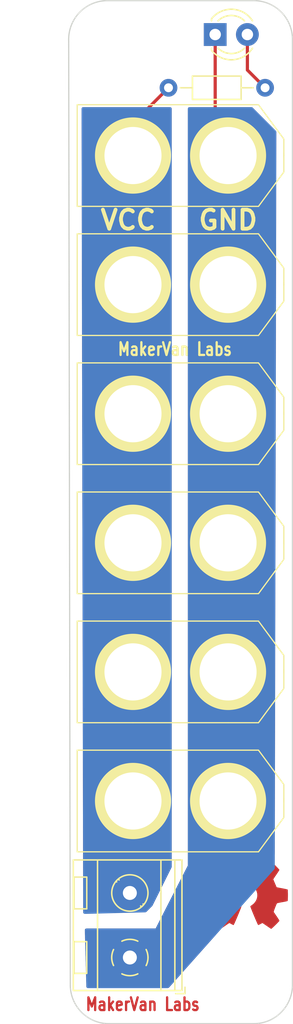
<source format=kicad_pcb>
(kicad_pcb (version 20171130) (host pcbnew "(5.1.8-0-10_14)")

  (general
    (thickness 1.6)
    (drawings 18)
    (tracks 6)
    (zones 0)
    (modules 12)
    (nets 4)
  )

  (page A4)
  (layers
    (0 F.Cu signal)
    (31 B.Cu signal)
    (32 B.Adhes user hide)
    (33 F.Adhes user hide)
    (34 B.Paste user hide)
    (35 F.Paste user hide)
    (36 B.SilkS user)
    (37 F.SilkS user)
    (38 B.Mask user)
    (39 F.Mask user)
    (40 Dwgs.User user)
    (41 Cmts.User user)
    (42 Eco1.User user)
    (43 Eco2.User user)
    (44 Edge.Cuts user)
    (45 Margin user)
    (46 B.CrtYd user)
    (47 F.CrtYd user)
    (48 B.Fab user)
    (49 F.Fab user)
  )

  (setup
    (last_trace_width 0.25)
    (trace_clearance 0.2)
    (zone_clearance 0.508)
    (zone_45_only no)
    (trace_min 0.2)
    (via_size 0.6)
    (via_drill 0.4)
    (via_min_size 0.4)
    (via_min_drill 0.3)
    (uvia_size 0.3)
    (uvia_drill 0.1)
    (uvias_allowed no)
    (uvia_min_size 0.2)
    (uvia_min_drill 0.1)
    (edge_width 0.1)
    (segment_width 0.2)
    (pcb_text_width 0.3)
    (pcb_text_size 1.5 1.5)
    (mod_edge_width 0.15)
    (mod_text_size 1 1)
    (mod_text_width 0.15)
    (pad_size 1.5 1.5)
    (pad_drill 0.6)
    (pad_to_mask_clearance 0)
    (aux_axis_origin 0 0)
    (grid_origin 128.397 46.228)
    (visible_elements FFFEFF7F)
    (pcbplotparams
      (layerselection 0x010f0_ffffffff)
      (usegerberextensions false)
      (usegerberattributes false)
      (usegerberadvancedattributes false)
      (creategerberjobfile false)
      (excludeedgelayer true)
      (linewidth 0.100000)
      (plotframeref false)
      (viasonmask false)
      (mode 1)
      (useauxorigin false)
      (hpglpennumber 1)
      (hpglpenspeed 20)
      (hpglpendiameter 15.000000)
      (psnegative false)
      (psa4output false)
      (plotreference true)
      (plotvalue true)
      (plotinvisibletext false)
      (padsonsilk true)
      (subtractmaskfromsilk false)
      (outputformat 1)
      (mirror false)
      (drillshape 0)
      (scaleselection 1)
      (outputdirectory "gerber_panel"))
  )

  (net 0 "")
  (net 1 /GND)
  (net 2 /VCC)
  (net 3 "Net-(D1-Pad2)")

  (net_class Default "This is the default net class."
    (clearance 0.2)
    (trace_width 0.25)
    (via_dia 0.6)
    (via_drill 0.4)
    (uvia_dia 0.3)
    (uvia_drill 0.1)
    (add_net /GND)
    (add_net /VCC)
    (add_net "Net-(D1-Pad2)")
  )

  (net_class Thick ""
    (clearance 0.2)
    (trace_width 1)
    (via_dia 0.6)
    (via_drill 0.4)
    (uvia_dia 0.3)
    (uvia_drill 0.1)
  )

  (module Symbol:OSHW-Symbol_6.7x6mm_Copper (layer F.Cu) (tedit 0) (tstamp 6034ACA3)
    (at 142.367 116.332)
    (descr "Open Source Hardware Symbol")
    (tags "Logo Symbol OSHW")
    (attr virtual)
    (fp_text reference REF** (at 0 0) (layer F.SilkS) hide
      (effects (font (size 1 1) (thickness 0.15)))
    )
    (fp_text value OSHW-Symbol_6.7x6mm_Copper (at 0.75 0) (layer F.Fab) hide
      (effects (font (size 1 1) (thickness 0.15)))
    )
    (fp_poly (pts (xy 0.555814 -2.531069) (xy 0.639635 -2.086445) (xy 0.94892 -1.958947) (xy 1.258206 -1.831449)
      (xy 1.629246 -2.083754) (xy 1.733157 -2.154004) (xy 1.827087 -2.216728) (xy 1.906652 -2.269062)
      (xy 1.96747 -2.308143) (xy 2.005157 -2.331107) (xy 2.015421 -2.336058) (xy 2.03391 -2.323324)
      (xy 2.07342 -2.288118) (xy 2.129522 -2.234938) (xy 2.197787 -2.168282) (xy 2.273786 -2.092646)
      (xy 2.353092 -2.012528) (xy 2.431275 -1.932426) (xy 2.503907 -1.856836) (xy 2.566559 -1.790255)
      (xy 2.614803 -1.737182) (xy 2.64421 -1.702113) (xy 2.651241 -1.690377) (xy 2.641123 -1.66874)
      (xy 2.612759 -1.621338) (xy 2.569129 -1.552807) (xy 2.513218 -1.467785) (xy 2.448006 -1.370907)
      (xy 2.410219 -1.31565) (xy 2.341343 -1.214752) (xy 2.28014 -1.123701) (xy 2.229578 -1.04703)
      (xy 2.192628 -0.989272) (xy 2.172258 -0.954957) (xy 2.169197 -0.947746) (xy 2.176136 -0.927252)
      (xy 2.195051 -0.879487) (xy 2.223087 -0.811168) (xy 2.257391 -0.729011) (xy 2.295109 -0.63973)
      (xy 2.333387 -0.550042) (xy 2.36937 -0.466662) (xy 2.400206 -0.396306) (xy 2.423039 -0.34569)
      (xy 2.435017 -0.321529) (xy 2.435724 -0.320578) (xy 2.454531 -0.315964) (xy 2.504618 -0.305672)
      (xy 2.580793 -0.290713) (xy 2.677865 -0.272099) (xy 2.790643 -0.250841) (xy 2.856442 -0.238582)
      (xy 2.97695 -0.215638) (xy 3.085797 -0.193805) (xy 3.177476 -0.174278) (xy 3.246481 -0.158252)
      (xy 3.287304 -0.146921) (xy 3.295511 -0.143326) (xy 3.303548 -0.118994) (xy 3.310033 -0.064041)
      (xy 3.31497 0.015108) (xy 3.318364 0.112026) (xy 3.320218 0.220287) (xy 3.320538 0.333465)
      (xy 3.319327 0.445135) (xy 3.31659 0.548868) (xy 3.312331 0.638241) (xy 3.306555 0.706826)
      (xy 3.299267 0.748197) (xy 3.294895 0.75681) (xy 3.268764 0.767133) (xy 3.213393 0.781892)
      (xy 3.136107 0.799352) (xy 3.04423 0.81778) (xy 3.012158 0.823741) (xy 2.857524 0.852066)
      (xy 2.735375 0.874876) (xy 2.641673 0.89308) (xy 2.572384 0.907583) (xy 2.523471 0.919292)
      (xy 2.490897 0.929115) (xy 2.470628 0.937956) (xy 2.458626 0.946724) (xy 2.456947 0.948457)
      (xy 2.440184 0.976371) (xy 2.414614 1.030695) (xy 2.382788 1.104777) (xy 2.34726 1.191965)
      (xy 2.310583 1.285608) (xy 2.275311 1.379052) (xy 2.243996 1.465647) (xy 2.219193 1.53874)
      (xy 2.203454 1.591678) (xy 2.199332 1.617811) (xy 2.199676 1.618726) (xy 2.213641 1.640086)
      (xy 2.245322 1.687084) (xy 2.291391 1.754827) (xy 2.348518 1.838423) (xy 2.413373 1.932982)
      (xy 2.431843 1.959854) (xy 2.497699 2.057275) (xy 2.55565 2.146163) (xy 2.602538 2.221412)
      (xy 2.635207 2.27792) (xy 2.6505 2.310581) (xy 2.651241 2.314593) (xy 2.638392 2.335684)
      (xy 2.602888 2.377464) (xy 2.549293 2.435445) (xy 2.482171 2.505135) (xy 2.406087 2.582045)
      (xy 2.325604 2.661683) (xy 2.245287 2.739561) (xy 2.169699 2.811186) (xy 2.103405 2.87207)
      (xy 2.050969 2.917721) (xy 2.016955 2.94365) (xy 2.007545 2.947883) (xy 1.985643 2.937912)
      (xy 1.9408 2.91102) (xy 1.880321 2.871736) (xy 1.833789 2.840117) (xy 1.749475 2.782098)
      (xy 1.649626 2.713784) (xy 1.549473 2.645579) (xy 1.495627 2.609075) (xy 1.313371 2.4858)
      (xy 1.160381 2.56852) (xy 1.090682 2.604759) (xy 1.031414 2.632926) (xy 0.991311 2.648991)
      (xy 0.981103 2.651226) (xy 0.968829 2.634722) (xy 0.944613 2.588082) (xy 0.910263 2.515609)
      (xy 0.867588 2.421606) (xy 0.818394 2.310374) (xy 0.76449 2.186215) (xy 0.707684 2.053432)
      (xy 0.649782 1.916327) (xy 0.592593 1.779202) (xy 0.537924 1.646358) (xy 0.487584 1.522098)
      (xy 0.44338 1.410725) (xy 0.407119 1.316539) (xy 0.380609 1.243844) (xy 0.365658 1.196941)
      (xy 0.363254 1.180833) (xy 0.382311 1.160286) (xy 0.424036 1.126933) (xy 0.479706 1.087702)
      (xy 0.484378 1.084599) (xy 0.628264 0.969423) (xy 0.744283 0.835053) (xy 0.83143 0.685784)
      (xy 0.888699 0.525913) (xy 0.915086 0.359737) (xy 0.909585 0.191552) (xy 0.87119 0.025655)
      (xy 0.798895 -0.133658) (xy 0.777626 -0.168513) (xy 0.666996 -0.309263) (xy 0.536302 -0.422286)
      (xy 0.390064 -0.506997) (xy 0.232808 -0.562806) (xy 0.069057 -0.589126) (xy -0.096667 -0.58537)
      (xy -0.259838 -0.55095) (xy -0.415935 -0.485277) (xy -0.560433 -0.387765) (xy -0.605131 -0.348187)
      (xy -0.718888 -0.224297) (xy -0.801782 -0.093876) (xy -0.858644 0.052315) (xy -0.890313 0.197088)
      (xy -0.898131 0.35986) (xy -0.872062 0.52344) (xy -0.814755 0.682298) (xy -0.728856 0.830906)
      (xy -0.617014 0.963735) (xy -0.481877 1.075256) (xy -0.464117 1.087011) (xy -0.40785 1.125508)
      (xy -0.365077 1.158863) (xy -0.344628 1.18016) (xy -0.344331 1.180833) (xy -0.348721 1.203871)
      (xy -0.366124 1.256157) (xy -0.394732 1.33339) (xy -0.432735 1.431268) (xy -0.478326 1.545491)
      (xy -0.529697 1.671758) (xy -0.585038 1.805767) (xy -0.642542 1.943218) (xy -0.700399 2.079808)
      (xy -0.756802 2.211237) (xy -0.809942 2.333205) (xy -0.85801 2.441409) (xy -0.899199 2.531549)
      (xy -0.931699 2.599323) (xy -0.953703 2.64043) (xy -0.962564 2.651226) (xy -0.98964 2.642819)
      (xy -1.040303 2.620272) (xy -1.105817 2.587613) (xy -1.141841 2.56852) (xy -1.294832 2.4858)
      (xy -1.477088 2.609075) (xy -1.570125 2.672228) (xy -1.671985 2.741727) (xy -1.767438 2.807165)
      (xy -1.81525 2.840117) (xy -1.882495 2.885273) (xy -1.939436 2.921057) (xy -1.978646 2.942938)
      (xy -1.991381 2.947563) (xy -2.009917 2.935085) (xy -2.050941 2.900252) (xy -2.110475 2.846678)
      (xy -2.184542 2.777983) (xy -2.269165 2.697781) (xy -2.322685 2.646286) (xy -2.416319 2.554286)
      (xy -2.497241 2.471999) (xy -2.562177 2.402945) (xy -2.607858 2.350644) (xy -2.631011 2.318616)
      (xy -2.633232 2.312116) (xy -2.622924 2.287394) (xy -2.594439 2.237405) (xy -2.550937 2.167212)
      (xy -2.495577 2.081875) (xy -2.43152 1.986456) (xy -2.413303 1.959854) (xy -2.346927 1.863167)
      (xy -2.287378 1.776117) (xy -2.237984 1.703595) (xy -2.202075 1.650493) (xy -2.182981 1.621703)
      (xy -2.181136 1.618726) (xy -2.183895 1.595782) (xy -2.198538 1.545336) (xy -2.222513 1.474041)
      (xy -2.253266 1.388547) (xy -2.288244 1.295507) (xy -2.324893 1.201574) (xy -2.360661 1.113399)
      (xy -2.392994 1.037634) (xy -2.419338 0.980931) (xy -2.437142 0.949943) (xy -2.438407 0.948457)
      (xy -2.449294 0.939601) (xy -2.467682 0.930843) (xy -2.497606 0.921277) (xy -2.543103 0.909996)
      (xy -2.608209 0.896093) (xy -2.696961 0.878663) (xy -2.813393 0.856798) (xy -2.961542 0.829591)
      (xy -2.993618 0.823741) (xy -3.088686 0.805374) (xy -3.171565 0.787405) (xy -3.23493 0.771569)
      (xy -3.271458 0.7596) (xy -3.276356 0.75681) (xy -3.284427 0.732072) (xy -3.290987 0.67679)
      (xy -3.296033 0.597389) (xy -3.299559 0.500296) (xy -3.301561 0.391938) (xy -3.302036 0.27874)
      (xy -3.300977 0.167128) (xy -3.298382 0.063529) (xy -3.294246 -0.025632) (xy -3.288563 -0.093928)
      (xy -3.281331 -0.134934) (xy -3.276971 -0.143326) (xy -3.252698 -0.151792) (xy -3.197426 -0.165565)
      (xy -3.116662 -0.18345) (xy -3.015912 -0.204252) (xy -2.900683 -0.226777) (xy -2.837902 -0.238582)
      (xy -2.718787 -0.260849) (xy -2.612565 -0.281021) (xy -2.524427 -0.298085) (xy -2.459566 -0.311031)
      (xy -2.423174 -0.318845) (xy -2.417184 -0.320578) (xy -2.407061 -0.34011) (xy -2.385662 -0.387157)
      (xy -2.355839 -0.454997) (xy -2.320445 -0.536909) (xy -2.282332 -0.626172) (xy -2.244353 -0.716065)
      (xy -2.20936 -0.799865) (xy -2.180206 -0.870853) (xy -2.159743 -0.922306) (xy -2.150823 -0.947503)
      (xy -2.150657 -0.948604) (xy -2.160769 -0.968481) (xy -2.189117 -1.014223) (xy -2.232723 -1.081283)
      (xy -2.288606 -1.165116) (xy -2.353787 -1.261174) (xy -2.391679 -1.31635) (xy -2.460725 -1.417519)
      (xy -2.52205 -1.50937) (xy -2.572663 -1.587256) (xy -2.609571 -1.646531) (xy -2.629782 -1.682549)
      (xy -2.632701 -1.690623) (xy -2.620153 -1.709416) (xy -2.585463 -1.749543) (xy -2.533063 -1.806507)
      (xy -2.467384 -1.875815) (xy -2.392856 -1.952969) (xy -2.313913 -2.033475) (xy -2.234983 -2.112837)
      (xy -2.1605 -2.18656) (xy -2.094894 -2.250148) (xy -2.042596 -2.299106) (xy -2.008039 -2.328939)
      (xy -1.996478 -2.336058) (xy -1.977654 -2.326047) (xy -1.932631 -2.297922) (xy -1.865787 -2.254546)
      (xy -1.781499 -2.198782) (xy -1.684144 -2.133494) (xy -1.610707 -2.083754) (xy -1.239667 -1.831449)
      (xy -0.621095 -2.086445) (xy -0.537275 -2.531069) (xy -0.453454 -2.975693) (xy 0.471994 -2.975693)
      (xy 0.555814 -2.531069)) (layer F.Cu) (width 0.01))
  )

  (module Resistor_THT:R_Axial_DIN0204_L3.6mm_D1.6mm_P7.62mm_Horizontal (layer F.Cu) (tedit 5AE5139B) (tstamp 6034A1E9)
    (at 136.271 53.086)
    (descr "Resistor, Axial_DIN0204 series, Axial, Horizontal, pin pitch=7.62mm, 0.167W, length*diameter=3.6*1.6mm^2, http://cdn-reichelt.de/documents/datenblatt/B400/1_4W%23YAG.pdf")
    (tags "Resistor Axial_DIN0204 series Axial Horizontal pin pitch 7.62mm 0.167W length 3.6mm diameter 1.6mm")
    (path /6034EFDA)
    (fp_text reference R1 (at 3.81 0) (layer F.SilkS) hide
      (effects (font (size 1 1) (thickness 0.15)))
    )
    (fp_text value R (at 3.81 1.92) (layer F.Fab)
      (effects (font (size 1 1) (thickness 0.15)))
    )
    (fp_line (start 8.57 -1.05) (end -0.95 -1.05) (layer F.CrtYd) (width 0.05))
    (fp_line (start 8.57 1.05) (end 8.57 -1.05) (layer F.CrtYd) (width 0.05))
    (fp_line (start -0.95 1.05) (end 8.57 1.05) (layer F.CrtYd) (width 0.05))
    (fp_line (start -0.95 -1.05) (end -0.95 1.05) (layer F.CrtYd) (width 0.05))
    (fp_line (start 6.68 0) (end 5.73 0) (layer F.SilkS) (width 0.12))
    (fp_line (start 0.94 0) (end 1.89 0) (layer F.SilkS) (width 0.12))
    (fp_line (start 5.73 -0.92) (end 1.89 -0.92) (layer F.SilkS) (width 0.12))
    (fp_line (start 5.73 0.92) (end 5.73 -0.92) (layer F.SilkS) (width 0.12))
    (fp_line (start 1.89 0.92) (end 5.73 0.92) (layer F.SilkS) (width 0.12))
    (fp_line (start 1.89 -0.92) (end 1.89 0.92) (layer F.SilkS) (width 0.12))
    (fp_line (start 7.62 0) (end 5.61 0) (layer F.Fab) (width 0.1))
    (fp_line (start 0 0) (end 2.01 0) (layer F.Fab) (width 0.1))
    (fp_line (start 5.61 -0.8) (end 2.01 -0.8) (layer F.Fab) (width 0.1))
    (fp_line (start 5.61 0.8) (end 5.61 -0.8) (layer F.Fab) (width 0.1))
    (fp_line (start 2.01 0.8) (end 5.61 0.8) (layer F.Fab) (width 0.1))
    (fp_line (start 2.01 -0.8) (end 2.01 0.8) (layer F.Fab) (width 0.1))
    (pad 2 thru_hole oval (at 7.62 0) (size 1.4 1.4) (drill 0.7) (layers *.Cu *.Mask)
      (net 3 "Net-(D1-Pad2)"))
    (pad 1 thru_hole circle (at 0 0) (size 1.4 1.4) (drill 0.7) (layers *.Cu *.Mask)
      (net 2 /VCC))
    (model ${KISYS3DMOD}/Resistor_THT.3dshapes/R_Axial_DIN0204_L3.6mm_D1.6mm_P7.62mm_Horizontal.wrl
      (at (xyz 0 0 0))
      (scale (xyz 1 1 1))
      (rotate (xyz 0 0 0))
    )
  )

  (module LED_THT:LED_D3.0mm (layer F.Cu) (tedit 587A3A7B) (tstamp 60349B81)
    (at 139.954 48.895)
    (descr "LED, diameter 3.0mm, 2 pins")
    (tags "LED diameter 3.0mm 2 pins")
    (path /6034DF0C)
    (fp_text reference D1 (at -2.286 -0.762) (layer F.SilkS) hide
      (effects (font (size 1 1) (thickness 0.15)))
    )
    (fp_text value LED (at 1.27 2.96) (layer F.Fab)
      (effects (font (size 1 1) (thickness 0.15)))
    )
    (fp_line (start 3.7 -2.25) (end -1.15 -2.25) (layer F.CrtYd) (width 0.05))
    (fp_line (start 3.7 2.25) (end 3.7 -2.25) (layer F.CrtYd) (width 0.05))
    (fp_line (start -1.15 2.25) (end 3.7 2.25) (layer F.CrtYd) (width 0.05))
    (fp_line (start -1.15 -2.25) (end -1.15 2.25) (layer F.CrtYd) (width 0.05))
    (fp_line (start -0.29 1.08) (end -0.29 1.236) (layer F.SilkS) (width 0.12))
    (fp_line (start -0.29 -1.236) (end -0.29 -1.08) (layer F.SilkS) (width 0.12))
    (fp_line (start -0.23 -1.16619) (end -0.23 1.16619) (layer F.Fab) (width 0.1))
    (fp_circle (center 1.27 0) (end 2.77 0) (layer F.Fab) (width 0.1))
    (fp_arc (start 1.27 0) (end 0.229039 1.08) (angle -87.9) (layer F.SilkS) (width 0.12))
    (fp_arc (start 1.27 0) (end 0.229039 -1.08) (angle 87.9) (layer F.SilkS) (width 0.12))
    (fp_arc (start 1.27 0) (end -0.29 1.235516) (angle -108.8) (layer F.SilkS) (width 0.12))
    (fp_arc (start 1.27 0) (end -0.29 -1.235516) (angle 108.8) (layer F.SilkS) (width 0.12))
    (fp_arc (start 1.27 0) (end -0.23 -1.16619) (angle 284.3) (layer F.Fab) (width 0.1))
    (pad 2 thru_hole circle (at 2.54 0) (size 1.8 1.8) (drill 0.9) (layers *.Cu *.Mask)
      (net 3 "Net-(D1-Pad2)"))
    (pad 1 thru_hole rect (at 0 0) (size 1.8 1.8) (drill 0.9) (layers *.Cu *.Mask)
      (net 1 /GND))
    (model ${KISYS3DMOD}/LED_THT.3dshapes/LED_D3.0mm.wrl
      (at (xyz 0 0 0))
      (scale (xyz 1 1 1))
      (rotate (xyz 0 0 0))
    )
  )

  (module MountingHole:MountingHole_3.2mm_M3 (layer F.Cu) (tedit 56D1B4CB) (tstamp 603495DF)
    (at 141.859 122.809)
    (descr "Mounting Hole 3.2mm, no annular, M3")
    (tags "mounting hole 3.2mm no annular m3")
    (attr virtual)
    (fp_text reference REF** (at 0 -4.2) (layer F.SilkS) hide
      (effects (font (size 1 1) (thickness 0.15)))
    )
    (fp_text value MountingHole_3.2mm_M3 (at 0 4.2) (layer F.Fab) hide
      (effects (font (size 1 1) (thickness 0.15)))
    )
    (fp_circle (center 0 0) (end 3.2 0) (layer Cmts.User) (width 0.15))
    (fp_circle (center 0 0) (end 3.45 0) (layer F.CrtYd) (width 0.05))
    (fp_text user %R (at 0.3 0) (layer F.Fab)
      (effects (font (size 1 1) (thickness 0.15)))
    )
    (pad 1 np_thru_hole circle (at 0 0) (size 3.2 3.2) (drill 3.2) (layers *.Cu *.Mask))
  )

  (module MountingHole:MountingHole_3.2mm_M3 (layer F.Cu) (tedit 56D1B4CB) (tstamp 6034A2F7)
    (at 132.461 50.038)
    (descr "Mounting Hole 3.2mm, no annular, M3")
    (tags "mounting hole 3.2mm no annular m3")
    (attr virtual)
    (fp_text reference REF** (at 0 -4.2) (layer F.SilkS) hide
      (effects (font (size 1 1) (thickness 0.15)))
    )
    (fp_text value MountingHole_3.2mm_M3 (at 0 4.2) (layer F.Fab)
      (effects (font (size 1 1) (thickness 0.15)))
    )
    (fp_circle (center 0 0) (end 3.45 0) (layer F.CrtYd) (width 0.05))
    (fp_circle (center 0 0) (end 3.2 0) (layer Cmts.User) (width 0.15))
    (fp_text user %R (at 0.3 0) (layer F.Fab)
      (effects (font (size 1 1) (thickness 0.15)))
    )
    (pad 1 np_thru_hole circle (at 0 0) (size 3.2 3.2) (drill 3.2) (layers *.Cu *.Mask))
  )

  (module TerminalBlock_RND:TerminalBlock_RND_205-00232_1x02_P5.08mm_Horizontal (layer F.Cu) (tedit 5B294F40) (tstamp 603492D0)
    (at 133.223 121.539 90)
    (descr "terminal block RND 205-00232, 2 pins, pitch 5.08mm, size 10.2x8.45mm^2, drill diamater 1.1mm, pad diameter 2.1mm, see http://cdn-reichelt.de/documents/datenblatt/C151/RND_205-00232_DB_EN.pdf, script-generated using https://github.com/pointhi/kicad-footprint-generator/scripts/TerminalBlock_RND")
    (tags "THT terminal block RND 205-00232 pitch 5.08mm size 10.2x8.45mm^2 drill 1.1mm pad 2.1mm")
    (path /60347E9C)
    (fp_text reference J7 (at 2.54 -5.46 90) (layer F.SilkS) hide
      (effects (font (size 1 1) (thickness 0.15)))
    )
    (fp_text value Screw_Terminal_01x02 (at 2.54 5.11 90) (layer F.Fab) hide
      (effects (font (size 1 1) (thickness 0.15)))
    )
    (fp_line (start 8.13 -4.9) (end -3.04 -4.9) (layer F.CrtYd) (width 0.05))
    (fp_line (start 8.13 4.55) (end 8.13 -4.9) (layer F.CrtYd) (width 0.05))
    (fp_line (start -3.04 4.55) (end 8.13 4.55) (layer F.CrtYd) (width 0.05))
    (fp_line (start -3.04 -4.9) (end -3.04 4.55) (layer F.CrtYd) (width 0.05))
    (fp_line (start -2.84 4.35) (end -2.34 4.35) (layer F.SilkS) (width 0.12))
    (fp_line (start -2.84 3.61) (end -2.84 4.35) (layer F.SilkS) (width 0.12))
    (fp_line (start 6.33 -4.4) (end 6.33 -3.4) (layer F.SilkS) (width 0.12))
    (fp_line (start 3.83 -4.4) (end 3.83 -3.4) (layer F.SilkS) (width 0.12))
    (fp_line (start 3.83 -3.4) (end 6.33 -3.4) (layer F.SilkS) (width 0.12))
    (fp_line (start 3.83 -4.4) (end 6.33 -4.4) (layer F.SilkS) (width 0.12))
    (fp_line (start 6.33 -4.4) (end 3.83 -4.4) (layer F.Fab) (width 0.1))
    (fp_line (start 6.33 -3.4) (end 6.33 -4.4) (layer F.Fab) (width 0.1))
    (fp_line (start 3.83 -3.4) (end 6.33 -3.4) (layer F.Fab) (width 0.1))
    (fp_line (start 3.83 -4.4) (end 3.83 -3.4) (layer F.Fab) (width 0.1))
    (fp_line (start 4.056 0.85) (end 3.996 0.91) (layer F.SilkS) (width 0.12))
    (fp_line (start 5.991 -1.085) (end 5.951 -1.045) (layer F.SilkS) (width 0.12))
    (fp_line (start 4.21 1.045) (end 4.17 1.085) (layer F.SilkS) (width 0.12))
    (fp_line (start 6.165 -0.91) (end 6.105 -0.851) (layer F.SilkS) (width 0.12))
    (fp_line (start 5.876 -0.948) (end 4.132 0.796) (layer F.Fab) (width 0.1))
    (fp_line (start 6.029 -0.796) (end 4.285 0.948) (layer F.Fab) (width 0.1))
    (fp_line (start 1.25 -4.4) (end 1.25 -3.4) (layer F.SilkS) (width 0.12))
    (fp_line (start -1.25 -4.4) (end -1.25 -3.4) (layer F.SilkS) (width 0.12))
    (fp_line (start -1.25 -3.4) (end 1.25 -3.4) (layer F.SilkS) (width 0.12))
    (fp_line (start -1.25 -4.4) (end 1.25 -4.4) (layer F.SilkS) (width 0.12))
    (fp_line (start 1.25 -4.4) (end -1.25 -4.4) (layer F.Fab) (width 0.1))
    (fp_line (start 1.25 -3.4) (end 1.25 -4.4) (layer F.Fab) (width 0.1))
    (fp_line (start -1.25 -3.4) (end 1.25 -3.4) (layer F.Fab) (width 0.1))
    (fp_line (start -1.25 -4.4) (end -1.25 -3.4) (layer F.Fab) (width 0.1))
    (fp_line (start 0.796 -0.948) (end -0.949 0.796) (layer F.Fab) (width 0.1))
    (fp_line (start 0.949 -0.796) (end -0.796 0.948) (layer F.Fab) (width 0.1))
    (fp_line (start 7.68 -4.46) (end 7.68 4.11) (layer F.SilkS) (width 0.12))
    (fp_line (start -2.6 -4.46) (end -2.6 4.11) (layer F.SilkS) (width 0.12))
    (fp_line (start -2.6 4.11) (end 7.68 4.11) (layer F.SilkS) (width 0.12))
    (fp_line (start -2.6 -4.46) (end 7.68 -4.46) (layer F.SilkS) (width 0.12))
    (fp_line (start -2.6 -2.55) (end 7.68 -2.55) (layer F.SilkS) (width 0.12))
    (fp_line (start -2.54 -2.55) (end 7.62 -2.55) (layer F.Fab) (width 0.1))
    (fp_line (start -2.6 2.45) (end 7.68 2.45) (layer F.SilkS) (width 0.12))
    (fp_line (start -2.54 2.45) (end 7.62 2.45) (layer F.Fab) (width 0.1))
    (fp_line (start -2.6 3.55) (end 7.68 3.55) (layer F.SilkS) (width 0.12))
    (fp_line (start -2.54 3.55) (end 7.62 3.55) (layer F.Fab) (width 0.1))
    (fp_line (start -2.54 3.55) (end -2.54 -4.4) (layer F.Fab) (width 0.1))
    (fp_line (start -2.04 4.05) (end -2.54 3.55) (layer F.Fab) (width 0.1))
    (fp_line (start 7.62 4.05) (end -2.04 4.05) (layer F.Fab) (width 0.1))
    (fp_line (start 7.62 -4.4) (end 7.62 4.05) (layer F.Fab) (width 0.1))
    (fp_line (start -2.54 -4.4) (end 7.62 -4.4) (layer F.Fab) (width 0.1))
    (fp_circle (center 5.08 0) (end 6.51 0) (layer F.SilkS) (width 0.12))
    (fp_circle (center 5.08 0) (end 6.33 0) (layer F.Fab) (width 0.1))
    (fp_circle (center 0 0) (end 1.25 0) (layer F.Fab) (width 0.1))
    (fp_text user %R (at 2.54 -5.46 90) (layer F.Fab) hide
      (effects (font (size 1 1) (thickness 0.15)))
    )
    (fp_arc (start 0 0) (end -0.628 1.286) (angle -27) (layer F.SilkS) (width 0.12))
    (fp_arc (start 0 0) (end -1.286 -0.628) (angle -52) (layer F.SilkS) (width 0.12))
    (fp_arc (start 0 0) (end 0.627 -1.286) (angle -52) (layer F.SilkS) (width 0.12))
    (fp_arc (start 0 0) (end 1.286 0.627) (angle -52) (layer F.SilkS) (width 0.12))
    (fp_arc (start 0 0) (end 0 1.43) (angle -26) (layer F.SilkS) (width 0.12))
    (pad 2 thru_hole circle (at 5.08 0 90) (size 2.1 2.1) (drill 1.1) (layers *.Cu *.Mask)
      (net 2 /VCC))
    (pad 1 thru_hole rect (at 0 0 90) (size 2.1 2.1) (drill 1.1) (layers *.Cu *.Mask)
      (net 1 /GND))
    (model ${KISYS3DMOD}/TerminalBlock_RND.3dshapes/TerminalBlock_RND_205-00232_1x02_P5.08mm_Horizontal.wrl
      (at (xyz 0 0 0))
      (scale (xyz 1 1 1))
      (rotate (xyz 0 0 0))
    )
  )

  (module xt60board:XT60 (layer F.Cu) (tedit 59B749AB) (tstamp 59B72046)
    (at 140.97 58.42 180)
    (path /59B71E9F)
    (fp_text reference J1 (at 3.556 6.096 180) (layer F.SilkS) hide
      (effects (font (size 1 1) (thickness 0.15)))
    )
    (fp_text value XT60 (at 3.2 -5.9 180) (layer F.Fab)
      (effects (font (size 1 1) (thickness 0.15)))
    )
    (fp_line (start 7.2 4) (end 11.9 4) (layer F.SilkS) (width 0.1))
    (fp_line (start 11.9 4) (end 11.9 2.4) (layer F.SilkS) (width 0.1))
    (fp_line (start 7.5 -4) (end 11.7 -4) (layer F.SilkS) (width 0.1))
    (fp_line (start 11.7 -4) (end 11.8 -4) (layer F.SilkS) (width 0.1))
    (fp_line (start 11.8 -4) (end 11.9 -4) (layer F.SilkS) (width 0.1))
    (fp_line (start 11.9 -4) (end 11.9 0) (layer F.SilkS) (width 0.1))
    (fp_line (start -2.4 4) (end -4.4 1.3) (layer F.SilkS) (width 0.1))
    (fp_line (start -2.4 -4) (end -4.4 -1.3) (layer F.SilkS) (width 0.1))
    (fp_line (start -4.4 0) (end -4.4 1.25) (layer F.SilkS) (width 0.1))
    (fp_line (start -4.4 0) (end -4.4 -1.25) (layer F.SilkS) (width 0.1))
    (fp_line (start 0 4) (end -2.4 4) (layer F.SilkS) (width 0.1))
    (fp_line (start 3 4) (end 0 4) (layer F.SilkS) (width 0.1))
    (fp_line (start 0 -4) (end -2.4 -4) (layer F.SilkS) (width 0.1))
    (fp_line (start 3.1 -4) (end 0 -4) (layer F.SilkS) (width 0.1))
    (fp_line (start -4.4 -0.1) (end -4.4 0.2) (layer F.SilkS) (width 0.1))
    (fp_line (start 11.9 0) (end 11.9 2.4) (layer F.SilkS) (width 0.1))
    (fp_line (start 7.5 -4) (end 3.1 -4) (layer F.SilkS) (width 0.1))
    (fp_line (start 7.2 4) (end 3 4) (layer F.SilkS) (width 0.1))
    (pad 1 thru_hole circle (at 0 0 180) (size 6 6) (drill 4.5) (layers *.Cu *.Mask F.SilkS)
      (net 1 /GND))
    (pad 2 thru_hole circle (at 7.5 0 180) (size 6 6) (drill 4.5) (layers *.Cu *.Mask F.SilkS)
      (net 2 /VCC))
  )

  (module xt60board:XT60 (layer F.Cu) (tedit 59B749B0) (tstamp 59B7204C)
    (at 140.97 68.58 180)
    (path /59B71F8A)
    (fp_text reference J2 (at 3.556 6.096 180) (layer F.SilkS) hide
      (effects (font (size 1 1) (thickness 0.15)))
    )
    (fp_text value XT60 (at 3.2 -5.9 180) (layer F.Fab)
      (effects (font (size 1 1) (thickness 0.15)))
    )
    (fp_line (start 7.2 4) (end 11.9 4) (layer F.SilkS) (width 0.1))
    (fp_line (start 11.9 4) (end 11.9 2.4) (layer F.SilkS) (width 0.1))
    (fp_line (start 7.5 -4) (end 11.7 -4) (layer F.SilkS) (width 0.1))
    (fp_line (start 11.7 -4) (end 11.8 -4) (layer F.SilkS) (width 0.1))
    (fp_line (start 11.8 -4) (end 11.9 -4) (layer F.SilkS) (width 0.1))
    (fp_line (start 11.9 -4) (end 11.9 0) (layer F.SilkS) (width 0.1))
    (fp_line (start -2.4 4) (end -4.4 1.3) (layer F.SilkS) (width 0.1))
    (fp_line (start -2.4 -4) (end -4.4 -1.3) (layer F.SilkS) (width 0.1))
    (fp_line (start -4.4 0) (end -4.4 1.25) (layer F.SilkS) (width 0.1))
    (fp_line (start -4.4 0) (end -4.4 -1.25) (layer F.SilkS) (width 0.1))
    (fp_line (start 0 4) (end -2.4 4) (layer F.SilkS) (width 0.1))
    (fp_line (start 3 4) (end 0 4) (layer F.SilkS) (width 0.1))
    (fp_line (start 0 -4) (end -2.4 -4) (layer F.SilkS) (width 0.1))
    (fp_line (start 3.1 -4) (end 0 -4) (layer F.SilkS) (width 0.1))
    (fp_line (start -4.4 -0.1) (end -4.4 0.2) (layer F.SilkS) (width 0.1))
    (fp_line (start 11.9 0) (end 11.9 2.4) (layer F.SilkS) (width 0.1))
    (fp_line (start 7.5 -4) (end 3.1 -4) (layer F.SilkS) (width 0.1))
    (fp_line (start 7.2 4) (end 3 4) (layer F.SilkS) (width 0.1))
    (pad 1 thru_hole circle (at 0 0 180) (size 6 6) (drill 4.5) (layers *.Cu *.Mask F.SilkS)
      (net 1 /GND))
    (pad 2 thru_hole circle (at 7.5 0 180) (size 6 6) (drill 4.5) (layers *.Cu *.Mask F.SilkS)
      (net 2 /VCC))
  )

  (module xt60board:XT60 (layer F.Cu) (tedit 59B749B4) (tstamp 59B72052)
    (at 140.97 78.74 180)
    (path /59B71FDB)
    (fp_text reference J3 (at 3.556 6.096 180) (layer F.SilkS) hide
      (effects (font (size 1 1) (thickness 0.15)))
    )
    (fp_text value XT60 (at 3.2 -5.9 180) (layer F.Fab)
      (effects (font (size 1 1) (thickness 0.15)))
    )
    (fp_line (start 7.2 4) (end 11.9 4) (layer F.SilkS) (width 0.1))
    (fp_line (start 11.9 4) (end 11.9 2.4) (layer F.SilkS) (width 0.1))
    (fp_line (start 7.5 -4) (end 11.7 -4) (layer F.SilkS) (width 0.1))
    (fp_line (start 11.7 -4) (end 11.8 -4) (layer F.SilkS) (width 0.1))
    (fp_line (start 11.8 -4) (end 11.9 -4) (layer F.SilkS) (width 0.1))
    (fp_line (start 11.9 -4) (end 11.9 0) (layer F.SilkS) (width 0.1))
    (fp_line (start -2.4 4) (end -4.4 1.3) (layer F.SilkS) (width 0.1))
    (fp_line (start -2.4 -4) (end -4.4 -1.3) (layer F.SilkS) (width 0.1))
    (fp_line (start -4.4 0) (end -4.4 1.25) (layer F.SilkS) (width 0.1))
    (fp_line (start -4.4 0) (end -4.4 -1.25) (layer F.SilkS) (width 0.1))
    (fp_line (start 0 4) (end -2.4 4) (layer F.SilkS) (width 0.1))
    (fp_line (start 3 4) (end 0 4) (layer F.SilkS) (width 0.1))
    (fp_line (start 0 -4) (end -2.4 -4) (layer F.SilkS) (width 0.1))
    (fp_line (start 3.1 -4) (end 0 -4) (layer F.SilkS) (width 0.1))
    (fp_line (start -4.4 -0.1) (end -4.4 0.2) (layer F.SilkS) (width 0.1))
    (fp_line (start 11.9 0) (end 11.9 2.4) (layer F.SilkS) (width 0.1))
    (fp_line (start 7.5 -4) (end 3.1 -4) (layer F.SilkS) (width 0.1))
    (fp_line (start 7.2 4) (end 3 4) (layer F.SilkS) (width 0.1))
    (pad 1 thru_hole circle (at 0 0 180) (size 6 6) (drill 4.5) (layers *.Cu *.Mask F.SilkS)
      (net 1 /GND))
    (pad 2 thru_hole circle (at 7.5 0 180) (size 6 6) (drill 4.5) (layers *.Cu *.Mask F.SilkS)
      (net 2 /VCC))
  )

  (module xt60board:XT60 (layer F.Cu) (tedit 59B749BA) (tstamp 59B72058)
    (at 140.97 88.9 180)
    (path /59B72068)
    (fp_text reference J4 (at 3.556 6.096 180) (layer F.SilkS) hide
      (effects (font (size 1 1) (thickness 0.15)))
    )
    (fp_text value XT60 (at 3.2 -5.9 180) (layer F.Fab)
      (effects (font (size 1 1) (thickness 0.15)))
    )
    (fp_line (start 7.2 4) (end 11.9 4) (layer F.SilkS) (width 0.1))
    (fp_line (start 11.9 4) (end 11.9 2.4) (layer F.SilkS) (width 0.1))
    (fp_line (start 7.5 -4) (end 11.7 -4) (layer F.SilkS) (width 0.1))
    (fp_line (start 11.7 -4) (end 11.8 -4) (layer F.SilkS) (width 0.1))
    (fp_line (start 11.8 -4) (end 11.9 -4) (layer F.SilkS) (width 0.1))
    (fp_line (start 11.9 -4) (end 11.9 0) (layer F.SilkS) (width 0.1))
    (fp_line (start -2.4 4) (end -4.4 1.3) (layer F.SilkS) (width 0.1))
    (fp_line (start -2.4 -4) (end -4.4 -1.3) (layer F.SilkS) (width 0.1))
    (fp_line (start -4.4 0) (end -4.4 1.25) (layer F.SilkS) (width 0.1))
    (fp_line (start -4.4 0) (end -4.4 -1.25) (layer F.SilkS) (width 0.1))
    (fp_line (start 0 4) (end -2.4 4) (layer F.SilkS) (width 0.1))
    (fp_line (start 3 4) (end 0 4) (layer F.SilkS) (width 0.1))
    (fp_line (start 0 -4) (end -2.4 -4) (layer F.SilkS) (width 0.1))
    (fp_line (start 3.1 -4) (end 0 -4) (layer F.SilkS) (width 0.1))
    (fp_line (start -4.4 -0.1) (end -4.4 0.2) (layer F.SilkS) (width 0.1))
    (fp_line (start 11.9 0) (end 11.9 2.4) (layer F.SilkS) (width 0.1))
    (fp_line (start 7.5 -4) (end 3.1 -4) (layer F.SilkS) (width 0.1))
    (fp_line (start 7.2 4) (end 3 4) (layer F.SilkS) (width 0.1))
    (pad 1 thru_hole circle (at 0 0 180) (size 6 6) (drill 4.5) (layers *.Cu *.Mask F.SilkS)
      (net 1 /GND))
    (pad 2 thru_hole circle (at 7.5 0 180) (size 6 6) (drill 4.5) (layers *.Cu *.Mask F.SilkS)
      (net 2 /VCC))
  )

  (module xt60board:XT60 (layer F.Cu) (tedit 59B749BD) (tstamp 59B7205E)
    (at 140.97 99.06 180)
    (path /59B720EB)
    (fp_text reference J5 (at 3.556 6.096 180) (layer F.SilkS) hide
      (effects (font (size 1 1) (thickness 0.15)))
    )
    (fp_text value XT60 (at 3.2 -5.9 180) (layer F.Fab)
      (effects (font (size 1 1) (thickness 0.15)))
    )
    (fp_line (start 7.2 4) (end 11.9 4) (layer F.SilkS) (width 0.1))
    (fp_line (start 11.9 4) (end 11.9 2.4) (layer F.SilkS) (width 0.1))
    (fp_line (start 7.5 -4) (end 11.7 -4) (layer F.SilkS) (width 0.1))
    (fp_line (start 11.7 -4) (end 11.8 -4) (layer F.SilkS) (width 0.1))
    (fp_line (start 11.8 -4) (end 11.9 -4) (layer F.SilkS) (width 0.1))
    (fp_line (start 11.9 -4) (end 11.9 0) (layer F.SilkS) (width 0.1))
    (fp_line (start -2.4 4) (end -4.4 1.3) (layer F.SilkS) (width 0.1))
    (fp_line (start -2.4 -4) (end -4.4 -1.3) (layer F.SilkS) (width 0.1))
    (fp_line (start -4.4 0) (end -4.4 1.25) (layer F.SilkS) (width 0.1))
    (fp_line (start -4.4 0) (end -4.4 -1.25) (layer F.SilkS) (width 0.1))
    (fp_line (start 0 4) (end -2.4 4) (layer F.SilkS) (width 0.1))
    (fp_line (start 3 4) (end 0 4) (layer F.SilkS) (width 0.1))
    (fp_line (start 0 -4) (end -2.4 -4) (layer F.SilkS) (width 0.1))
    (fp_line (start 3.1 -4) (end 0 -4) (layer F.SilkS) (width 0.1))
    (fp_line (start -4.4 -0.1) (end -4.4 0.2) (layer F.SilkS) (width 0.1))
    (fp_line (start 11.9 0) (end 11.9 2.4) (layer F.SilkS) (width 0.1))
    (fp_line (start 7.5 -4) (end 3.1 -4) (layer F.SilkS) (width 0.1))
    (fp_line (start 7.2 4) (end 3 4) (layer F.SilkS) (width 0.1))
    (pad 1 thru_hole circle (at 0 0 180) (size 6 6) (drill 4.5) (layers *.Cu *.Mask F.SilkS)
      (net 1 /GND))
    (pad 2 thru_hole circle (at 7.5 0 180) (size 6 6) (drill 4.5) (layers *.Cu *.Mask F.SilkS)
      (net 2 /VCC))
  )

  (module xt60board:XT60 (layer F.Cu) (tedit 59B749C3) (tstamp 59B72064)
    (at 140.97 109.22 180)
    (path /59B72162)
    (fp_text reference J6 (at 3.556 6.096 180) (layer F.SilkS) hide
      (effects (font (size 1 1) (thickness 0.15)))
    )
    (fp_text value XT60 (at 3.2 -5.9 180) (layer F.Fab)
      (effects (font (size 1 1) (thickness 0.15)))
    )
    (fp_line (start 7.2 4) (end 11.9 4) (layer F.SilkS) (width 0.1))
    (fp_line (start 11.9 4) (end 11.9 2.4) (layer F.SilkS) (width 0.1))
    (fp_line (start 7.5 -4) (end 11.7 -4) (layer F.SilkS) (width 0.1))
    (fp_line (start 11.7 -4) (end 11.8 -4) (layer F.SilkS) (width 0.1))
    (fp_line (start 11.8 -4) (end 11.9 -4) (layer F.SilkS) (width 0.1))
    (fp_line (start 11.9 -4) (end 11.9 0) (layer F.SilkS) (width 0.1))
    (fp_line (start -2.4 4) (end -4.4 1.3) (layer F.SilkS) (width 0.1))
    (fp_line (start -2.4 -4) (end -4.4 -1.3) (layer F.SilkS) (width 0.1))
    (fp_line (start -4.4 0) (end -4.4 1.25) (layer F.SilkS) (width 0.1))
    (fp_line (start -4.4 0) (end -4.4 -1.25) (layer F.SilkS) (width 0.1))
    (fp_line (start 0 4) (end -2.4 4) (layer F.SilkS) (width 0.1))
    (fp_line (start 3 4) (end 0 4) (layer F.SilkS) (width 0.1))
    (fp_line (start 0 -4) (end -2.4 -4) (layer F.SilkS) (width 0.1))
    (fp_line (start 3.1 -4) (end 0 -4) (layer F.SilkS) (width 0.1))
    (fp_line (start -4.4 -0.1) (end -4.4 0.2) (layer F.SilkS) (width 0.1))
    (fp_line (start 11.9 0) (end 11.9 2.4) (layer F.SilkS) (width 0.1))
    (fp_line (start 7.5 -4) (end 3.1 -4) (layer F.SilkS) (width 0.1))
    (fp_line (start 7.2 4) (end 3 4) (layer F.SilkS) (width 0.1))
    (pad 1 thru_hole circle (at 0 0 180) (size 6 6) (drill 4.5) (layers *.Cu *.Mask F.SilkS)
      (net 1 /GND))
    (pad 2 thru_hole circle (at 7.5 0 180) (size 6 6) (drill 4.5) (layers *.Cu *.Mask F.SilkS)
      (net 2 /VCC))
  )

  (gr_text "MakerVan Labs" (at 136.779 73.66) (layer F.SilkS) (tstamp 6034ACFB)
    (effects (font (size 1 0.8) (thickness 0.18)))
  )
  (gr_text "MakerVan Labs" (at 134.239 125.222) (layer F.Cu)
    (effects (font (size 1 0.8) (thickness 0.18)))
  )
  (gr_line (start 135.763 121.539) (end 132.207 121.539) (layer B.Mask) (width 4) (tstamp 6034A826))
  (gr_arc (start 143.002 123.698) (end 146.05 123.698) (angle 90) (layer Edge.Cuts) (width 0.1) (tstamp 6034A2C2))
  (gr_arc (start 131.572 123.698) (end 131.572 126.746) (angle 90) (layer Edge.Cuts) (width 0.1) (tstamp 6034A2C2))
  (gr_arc (start 131.445 49.276) (end 128.397 49.276) (angle 90) (layer Edge.Cuts) (width 0.1) (tstamp 6034A2C2))
  (gr_line (start 140.208 114.681) (end 136.144 121.158) (layer B.Mask) (width 4) (tstamp 6034949D))
  (gr_line (start 132.207 118.999) (end 132.334 118.999) (layer Dwgs.User) (width 0.15))
  (gr_line (start 132.969 113.538) (end 132.588 115.57) (layer B.Mask) (width 5))
  (gr_line (start 133.35 58.42) (end 133.35 113.538) (angle 90) (layer B.Mask) (width 6))
  (gr_line (start 140.97 112.776) (end 140.97 58.42) (angle 90) (layer B.Mask) (width 6))
  (gr_arc (start 143.002 49.276) (end 143.002 46.228) (angle 90) (layer Edge.Cuts) (width 0.1))
  (gr_line (start 128.524 123.698) (end 128.397 49.276) (angle 90) (layer Edge.Cuts) (width 0.1))
  (gr_line (start 143.002 126.746) (end 131.572 126.746) (angle 90) (layer Edge.Cuts) (width 0.1))
  (gr_line (start 146.05 49.276) (end 146.05 123.698) (angle 90) (layer Edge.Cuts) (width 0.1))
  (gr_line (start 131.445 46.228) (end 143.002 46.228) (angle 90) (layer Edge.Cuts) (width 0.1) (tstamp 6034A27E))
  (gr_text VCC (at 133.096 63.5) (layer F.SilkS)
    (effects (font (size 1.5 1.5) (thickness 0.3)))
  )
  (gr_text GND (at 140.97 63.5) (layer F.SilkS)
    (effects (font (size 1.5 1.5) (thickness 0.3)))
  )

  (segment (start 139.954 57.404) (end 140.97 58.42) (width 0.25) (layer F.Cu) (net 1))
  (segment (start 139.954 48.895) (end 139.954 57.404) (width 0.25) (layer F.Cu) (net 1))
  (segment (start 133.47 55.887) (end 133.47 58.42) (width 0.25) (layer F.Cu) (net 2))
  (segment (start 136.271 53.086) (end 133.47 55.887) (width 0.25) (layer F.Cu) (net 2))
  (segment (start 142.494 51.689) (end 143.891 53.086) (width 0.25) (layer F.Cu) (net 3))
  (segment (start 142.494 48.895) (end 142.494 51.689) (width 0.25) (layer F.Cu) (net 3))

  (zone (net 2) (net_name /VCC) (layer F.Cu) (tstamp 59B74C01) (hatch edge 0.508)
    (connect_pads yes (clearance 0.508))
    (min_thickness 0.254)
    (fill yes (arc_segments 16) (thermal_gap 0.508) (thermal_bridge_width 0.508))
    (polygon
      (pts
        (xy 129.413 54.61) (xy 129.54 117.983) (xy 134.493 117.983) (xy 135.001 117.475) (xy 136.525 114.427)
        (xy 136.525 54.61)
      )
    )
    (filled_polygon
      (pts
        (xy 136.398 114.39702) (xy 134.896626 117.399768) (xy 134.440394 117.856) (xy 129.666746 117.856) (xy 129.540255 54.737)
        (xy 136.398 54.737)
      )
    )
  )
  (zone (net 1) (net_name /GND) (layer F.Cu) (tstamp 59B74A95) (hatch edge 0.508)
    (connect_pads yes (clearance 0.508))
    (min_thickness 0.254)
    (fill yes (arc_segments 16) (thermal_gap 0.508) (thermal_bridge_width 0.508))
    (polygon
      (pts
        (xy 135.255 119.253) (xy 137.795 114.3) (xy 137.795 54.61) (xy 142.875 54.61) (xy 144.78 56.515)
        (xy 144.653 114.554) (xy 136.271 123.952) (xy 129.794 123.952) (xy 129.667 119.253)
      )
    )
    (filled_polygon
      (pts
        (xy 144.652885 56.567491) (xy 144.528582 113.373941) (xy 144.517194 113.370294) (xy 144.497701 113.368053) (xy 144.478664 113.363219)
        (xy 144.435762 113.360934) (xy 144.393105 113.356031) (xy 144.37354 113.35762) (xy 144.353935 113.356576) (xy 144.311418 113.362666)
        (xy 144.268608 113.366143) (xy 144.249721 113.371503) (xy 144.230291 113.374286) (xy 144.189768 113.388517) (xy 144.148447 113.400244)
        (xy 144.130964 113.409169) (xy 144.112441 113.415674) (xy 144.104366 113.4195) (xy 144.094101 113.424451) (xy 144.07116 113.438428)
        (xy 144.046799 113.449764) (xy 144.039136 113.454361) (xy 144.001449 113.477325) (xy 143.998899 113.479244) (xy 143.996038 113.480659)
        (xy 143.988487 113.485437) (xy 143.927669 113.524518) (xy 143.927574 113.524593) (xy 143.921951 113.528236) (xy 143.842386 113.58057)
        (xy 143.842264 113.580669) (xy 143.838671 113.583032) (xy 143.744741 113.645756) (xy 143.744624 113.645852) (xy 143.741708 113.647794)
        (xy 143.637798 113.718043) (xy 143.637724 113.718104) (xy 143.636369 113.719012) (xy 143.567476 113.765859) (xy 143.551736 113.682366)
        (xy 143.551735 113.682362) (xy 143.467916 113.237743) (xy 143.467721 113.237075) (xy 143.467658 113.236383) (xy 143.450215 113.177118)
        (xy 143.432909 113.117843) (xy 143.432589 113.117227) (xy 143.432392 113.116559) (xy 143.403794 113.061857) (xy 143.37528 113.007026)
        (xy 143.374844 113.006482) (xy 143.374523 113.005867) (xy 143.335936 112.957874) (xy 143.297225 112.909512) (xy 143.296691 112.909062)
        (xy 143.296257 112.908522) (xy 143.248878 112.868767) (xy 143.201714 112.829018) (xy 143.201109 112.828684) (xy 143.200573 112.828234)
        (xy 143.146167 112.798324) (xy 143.092388 112.768607) (xy 143.091729 112.768396) (xy 143.091117 112.76806) (xy 143.032272 112.749394)
        (xy 142.973412 112.730582) (xy 142.972718 112.730503) (xy 142.972057 112.730293) (xy 142.910734 112.723414) (xy 142.849314 112.71639)
        (xy 142.848622 112.716447) (xy 142.84793 112.716369) (xy 142.838994 112.716307) (xy 141.913546 112.716307) (xy 141.912857 112.716375)
        (xy 141.912163 112.716308) (xy 141.850578 112.722481) (xy 141.789236 112.728496) (xy 141.788571 112.728697) (xy 141.78788 112.728766)
        (xy 141.728714 112.746769) (xy 141.669661 112.764598) (xy 141.669049 112.764923) (xy 141.668383 112.765126) (xy 141.613933 112.794229)
        (xy 141.559375 112.823237) (xy 141.558835 112.823677) (xy 141.558224 112.824004) (xy 141.510352 112.863219) (xy 141.46258 112.902182)
        (xy 141.46214 112.902714) (xy 141.461599 112.903157) (xy 141.42206 112.951162) (xy 141.382962 112.998424) (xy 141.382634 112.999031)
        (xy 141.382189 112.999571) (xy 141.352807 113.054195) (xy 141.323554 113.108297) (xy 141.323349 113.10896) (xy 141.323019 113.109573)
        (xy 141.304838 113.168757) (xy 141.286618 113.227617) (xy 141.286546 113.228306) (xy 141.286341 113.228972) (xy 141.284624 113.237742)
        (xy 141.200803 113.682366) (xy 141.200803 113.682367) (xy 141.185063 113.765859) (xy 141.116169 113.719012) (xy 141.116115 113.718982)
        (xy 141.115198 113.718352) (xy 141.041761 113.668612) (xy 141.041639 113.668545) (xy 141.039317 113.666965) (xy 140.941962 113.601677)
        (xy 140.941824 113.601603) (xy 140.938631 113.599458) (xy 140.854343 113.543694) (xy 140.854207 113.543622) (xy 140.849595 113.540584)
        (xy 140.782752 113.497208) (xy 140.781819 113.496725) (xy 140.78099 113.496068) (xy 140.773444 113.491281) (xy 140.728421 113.463156)
        (xy 140.712439 113.455225) (xy 140.697717 113.445143) (xy 140.689857 113.440892) (xy 140.671033 113.430882) (xy 140.656388 113.424844)
        (xy 140.64278 113.41674) (xy 140.598753 113.401083) (xy 140.555556 113.383274) (xy 140.540022 113.380197) (xy 140.525094 113.374888)
        (xy 140.478855 113.36808) (xy 140.43303 113.359002) (xy 140.417192 113.359) (xy 140.40152 113.356693) (xy 140.354857 113.358994)
        (xy 140.308124 113.35899) (xy 140.292584 113.362066) (xy 140.276766 113.362846) (xy 140.231429 113.37417) (xy 140.185595 113.383242)
        (xy 140.170952 113.389276) (xy 140.155582 113.393115) (xy 140.113306 113.41303) (xy 140.070109 113.43083) (xy 140.057147 113.43944)
        (xy 140.0506 113.442247) (xy 140.049094 113.443278) (xy 140.042586 113.446344) (xy 140.034944 113.450976) (xy 140.023383 113.458095)
        (xy 139.986131 113.486396) (xy 139.975498 113.493677) (xy 139.966067 113.499942) (xy 139.965438 113.500566) (xy 139.947543 113.512821)
        (xy 139.940738 113.518613) (xy 139.906181 113.548446) (xy 139.900359 113.55456) (xy 139.893587 113.55961) (xy 139.887021 113.565672)
        (xy 139.834723 113.61463) (xy 139.834006 113.615447) (xy 139.83314 113.616116) (xy 139.826681 113.622291) (xy 139.761075 113.685879)
        (xy 139.760997 113.68597) (xy 139.756278 113.690577) (xy 139.681795 113.7643) (xy 139.681695 113.76442) (xy 139.678235 113.767851)
        (xy 139.599305 113.847213) (xy 139.599203 113.847338) (xy 139.596125 113.850434) (xy 139.517182 113.93094) (xy 139.517084 113.931062)
        (xy 139.51383 113.934384) (xy 139.439302 114.011538) (xy 139.439217 114.011645) (xy 139.435069 114.015962) (xy 139.36939 114.08527)
        (xy 139.36922 114.085489) (xy 139.369008 114.085673) (xy 139.362913 114.092208) (xy 139.310513 114.149172) (xy 139.307253 114.153496)
        (xy 139.303269 114.15718) (xy 139.297378 114.163899) (xy 139.262688 114.204026) (xy 139.242333 114.232835) (xy 139.219601 114.2598)
        (xy 139.214588 114.267197) (xy 139.20204 114.28599) (xy 139.193531 114.301906) (xy 139.190611 114.306038) (xy 139.187031 114.314064)
        (xy 139.180968 114.325403) (xy 139.157723 114.363598) (xy 139.151573 114.380384) (xy 139.143148 114.396141) (xy 139.130133 114.438896)
        (xy 139.11475 114.48088) (xy 139.111977 114.498543) (xy 139.106774 114.515634) (xy 139.102311 114.560102) (xy 139.095375 114.604274)
        (xy 139.096085 114.622131) (xy 139.0943 114.639915) (xy 139.098561 114.684416) (xy 139.100337 114.729082) (xy 139.104503 114.746465)
        (xy 139.106206 114.764253) (xy 139.119024 114.807063) (xy 139.121764 114.818497) (xy 139.126166 114.839754) (xy 139.127766 114.843543)
        (xy 139.129445 114.850548) (xy 139.132425 114.858973) (xy 139.135344 114.867046) (xy 139.139759 114.876312) (xy 139.142034 114.88391)
        (xy 139.155634 114.909628) (xy 139.15604 114.91048) (xy 139.174766 114.954816) (xy 139.179085 114.96264) (xy 139.199296 114.998658)
        (xy 139.205098 115.006976) (xy 139.209468 115.016134) (xy 139.214139 115.023753) (xy 139.251047 115.083027) (xy 139.252098 115.084396)
        (xy 139.252875 115.085947) (xy 139.257692 115.093474) (xy 139.308306 115.17136) (xy 139.308341 115.171404) (xy 139.312681 115.178003)
        (xy 139.374007 115.269854) (xy 139.374085 115.26995) (xy 139.377653 115.275256) (xy 139.446699 115.376425) (xy 139.446762 115.3765)
        (xy 139.447749 115.377959) (xy 139.484617 115.431643) (xy 139.49606 115.448508) (xy 139.411496 115.464316) (xy 139.411458 115.464327)
        (xy 139.410828 115.464441) (xy 139.348048 115.476246) (xy 139.3479 115.476289) (xy 139.343534 115.477111) (xy 139.228305 115.499636)
        (xy 139.228189 115.499671) (xy 139.221676 115.500969) (xy 139.120926 115.521771) (xy 139.120823 115.521803) (xy 139.120702 115.521816)
        (xy 139.111964 115.523688) (xy 139.0312 115.541573) (xy 139.027437 115.542802) (xy 139.023513 115.543325) (xy 139.014827 115.545425)
        (xy 138.959555 115.559198) (xy 138.936187 115.567516) (xy 138.911991 115.573025) (xy 138.903533 115.57591) (xy 138.87926 115.584376)
        (xy 138.847378 115.599127) (xy 138.841881 115.601083) (xy 138.83748 115.603706) (xy 138.834102 115.605268) (xy 138.788126 115.624356)
        (xy 138.777497 115.631457) (xy 138.765899 115.636823) (xy 138.725659 115.666089) (xy 138.684266 115.693743) (xy 138.675218 115.702774)
        (xy 138.664884 115.71029) (xy 138.631082 115.746828) (xy 138.629791 115.748117) (xy 138.628422 115.749265) (xy 138.627535 115.750368)
        (xy 138.595861 115.781983) (xy 138.588745 115.792591) (xy 138.580061 115.801978) (xy 138.560689 115.833502) (xy 138.550152 115.846606)
        (xy 138.541818 115.862547) (xy 138.526279 115.885712) (xy 138.522104 115.893613) (xy 138.517744 115.902005) (xy 138.516151 115.905978)
        (xy 138.514664 115.908397) (xy 138.508212 115.925771) (xy 138.5064 115.93029) (xy 138.49228 115.957297) (xy 138.483208 115.988118)
        (xy 138.471249 116.017935) (xy 138.465616 116.04788) (xy 138.457009 116.077119) (xy 138.455396 116.085908) (xy 138.448164 116.126914)
        (xy 138.446256 116.151703) (xy 138.441444 116.1761) (xy 138.440641 116.185) (xy 138.434958 116.253296) (xy 138.435065 116.260584)
        (xy 138.433917 116.267788) (xy 138.433441 116.276711) (xy 138.429305 116.365873) (xy 138.429426 116.36823) (xy 138.429104 116.370572)
        (xy 138.428819 116.379503) (xy 138.426224 116.483102) (xy 138.426261 116.483611) (xy 138.426199 116.484121) (xy 138.426052 116.493056)
        (xy 138.424995 116.604482) (xy 138.424994 116.604489) (xy 138.424994 116.604592) (xy 138.424993 116.604668) (xy 138.424994 116.604674)
        (xy 138.42497 116.613426) (xy 138.425445 116.726624) (xy 138.425455 116.72672) (xy 138.425445 116.726825) (xy 138.425548 116.73576)
        (xy 138.42755 116.844118) (xy 138.427694 116.845349) (xy 138.4276 116.84659) (xy 138.427863 116.855523) (xy 138.431389 116.952616)
        (xy 138.431956 116.956818) (xy 138.431751 116.961058) (xy 138.432255 116.96998) (xy 138.437301 117.04938) (xy 138.439397 117.062271)
        (xy 138.439481 117.075325) (xy 138.440472 117.084206) (xy 138.447032 117.139488) (xy 138.459579 117.19671) (xy 138.471424 117.254065)
        (xy 138.473767 117.261419) (xy 138.473784 117.261496) (xy 138.473812 117.261561) (xy 138.474137 117.26258) (xy 138.482208 117.287318)
        (xy 138.499826 117.32751) (xy 138.515089 117.368698) (xy 138.52486 117.384623) (xy 138.532353 117.401716) (xy 138.557438 117.437715)
        (xy 138.580414 117.47516) (xy 138.593094 117.488885) (xy 138.603763 117.504196) (xy 138.635374 117.534649) (xy 138.665175 117.566906)
        (xy 138.680269 117.577899) (xy 138.693717 117.590855) (xy 138.730641 117.614588) (xy 138.766139 117.640442) (xy 138.773873 117.644918)
        (xy 138.778772 117.647708) (xy 138.789914 117.652684) (xy 138.798791 117.65839) (xy 138.832204 117.671572) (xy 138.833343 117.672081)
        (xy 138.887788 117.696942) (xy 138.892678 117.698582) (xy 138.89282 117.698645) (xy 138.892968 117.698679) (xy 138.896261 117.699783)
        (xy 138.932789 117.711752) (xy 138.95087 117.715774) (xy 138.968241 117.722246) (xy 138.976896 117.724472) (xy 139.040261 117.740308)
        (xy 139.045797 117.741129) (xy 139.051107 117.742919) (xy 139.059827 117.744873) (xy 139.142707 117.762842) (xy 139.145479 117.763164)
        (xy 139.14815 117.763998) (xy 139.156912 117.765754) (xy 139.25198 117.784121) (xy 139.252102 117.784132) (xy 139.258553 117.785355)
        (xy 139.290162 117.79112) (xy 139.436653 117.818022) (xy 139.468428 117.82399) (xy 139.479358 117.852003) (xy 139.426065 117.929633)
        (xy 139.426044 117.92967) (xy 139.425645 117.930245) (xy 139.407428 117.956847) (xy 139.407359 117.956973) (xy 139.404112 117.961737)
        (xy 139.340056 118.057156) (xy 139.339787 118.057656) (xy 139.339421 118.058102) (xy 139.334506 118.065565) (xy 139.279146 118.150902)
        (xy 139.278157 118.152813) (xy 139.276824 118.154507) (xy 139.272064 118.16207) (xy 139.228562 118.232262) (xy 139.225314 118.238867)
        (xy 139.22098 118.244815) (xy 139.216502 118.252548) (xy 139.188017 118.302537) (xy 139.173792 118.334375) (xy 139.156864 118.36487)
        (xy 139.153368 118.373094) (xy 139.14306 118.397816) (xy 139.137854 118.414807) (xy 139.137063 118.416578) (xy 139.136332 118.419775)
        (xy 139.131449 118.435715) (xy 139.117149 118.472706) (xy 139.11319 118.49531) (xy 139.10647 118.517243) (xy 139.102441 118.556678)
        (xy 139.095599 118.595739) (xy 139.096106 118.618681) (xy 139.093774 118.641502) (xy 139.097482 118.680977) (xy 139.098357 118.720615)
        (xy 139.103308 118.743014) (xy 139.105454 118.765861) (xy 139.110591 118.783131) (xy 139.111556 118.790916) (xy 139.118645 118.812398)
        (xy 139.125316 118.842576) (xy 139.128146 118.851052) (xy 139.130368 118.857552) (xy 139.13719 118.872547) (xy 139.141068 118.885582)
        (xy 139.145701 118.894382) (xy 139.1507 118.90953) (xy 139.167746 118.939704) (xy 139.182096 118.971244) (xy 139.197379 118.99254)
        (xy 139.199257 118.996107) (xy 139.200424 118.99755) (xy 139.212136 119.018282) (xy 139.217321 119.025561) (xy 139.240474 119.057588)
        (xy 139.25703 119.076326) (xy 139.271285 119.096886) (xy 139.277117 119.103657) (xy 139.322798 119.155958) (xy 139.328122 119.160969)
        (xy 139.33251 119.166826) (xy 139.338586 119.173378) (xy 139.403522 119.242432) (xy 139.405553 119.244207) (xy 139.40722 119.246332)
        (xy 139.413442 119.252747) (xy 139.494364 119.335034) (xy 139.495153 119.335693) (xy 139.495803 119.336493) (xy 139.502133 119.3428)
        (xy 139.595767 119.4348) (xy 139.595862 119.434876) (xy 139.600576 119.439475) (xy 139.654096 119.49097) (xy 139.654214 119.491063)
        (xy 139.657583 119.494301) (xy 139.742207 119.574503) (xy 139.742297 119.574573) (xy 139.747247 119.579228) (xy 139.821313 119.647923)
        (xy 139.821587 119.648132) (xy 139.821816 119.648389) (xy 139.828417 119.654412) (xy 139.886884 119.707026) (xy 136.216772 123.822)
        (xy 129.917533 123.822) (xy 129.797479 119.38) (xy 135.255 119.38) (xy 135.279776 119.37756) (xy 135.303601 119.370333)
        (xy 135.325557 119.358597) (xy 135.344803 119.342803) (xy 135.360597 119.323557) (xy 135.368007 119.310952) (xy 137.908007 114.357952)
        (xy 137.917141 114.334792) (xy 137.922 114.3) (xy 137.922 54.737) (xy 142.822394 54.737)
      )
    )
  )
  (zone (net 2) (net_name /VCC) (layer B.Cu) (tstamp 60349406) (hatch edge 0.508)
    (connect_pads yes (clearance 0.508))
    (min_thickness 0.254)
    (fill yes (arc_segments 16) (thermal_gap 0.508) (thermal_bridge_width 0.508))
    (polygon
      (pts
        (xy 129.413 54.61) (xy 129.54 118.11) (xy 134.493 117.983) (xy 135.001 117.475) (xy 136.525 114.427)
        (xy 136.525 54.61)
      )
    )
    (filled_polygon
      (pts
        (xy 136.398 114.39702) (xy 134.896626 117.399768) (xy 134.439052 117.857342) (xy 129.66674 117.979709) (xy 129.540255 54.737)
        (xy 136.398 54.737)
      )
    )
  )
  (zone (net 1) (net_name /GND) (layer B.Cu) (tstamp 6034A75E) (hatch edge 0.508)
    (connect_pads yes (clearance 0.508))
    (min_thickness 0.254)
    (fill yes (arc_segments 16) (thermal_gap 0.508) (thermal_bridge_width 0.508))
    (polygon
      (pts
        (xy 135.255 119.253) (xy 137.795 114.3) (xy 137.795 54.61) (xy 142.875 54.61) (xy 144.78 56.515)
        (xy 144.653 114.554) (xy 136.271 123.952) (xy 129.794 123.952) (xy 129.667 119.253)
      )
    )
    (filled_polygon
      (pts
        (xy 144.652885 56.567491) (xy 144.526106 114.505474) (xy 136.214096 123.825) (xy 129.917614 123.825) (xy 129.797479 119.38)
        (xy 135.255 119.38) (xy 135.279776 119.37756) (xy 135.303601 119.370333) (xy 135.325557 119.358597) (xy 135.344803 119.342803)
        (xy 135.360597 119.323557) (xy 135.368007 119.310952) (xy 137.908007 114.357952) (xy 137.917141 114.334792) (xy 137.922 114.3)
        (xy 137.922 54.737) (xy 142.822394 54.737)
      )
    )
  )
)

</source>
